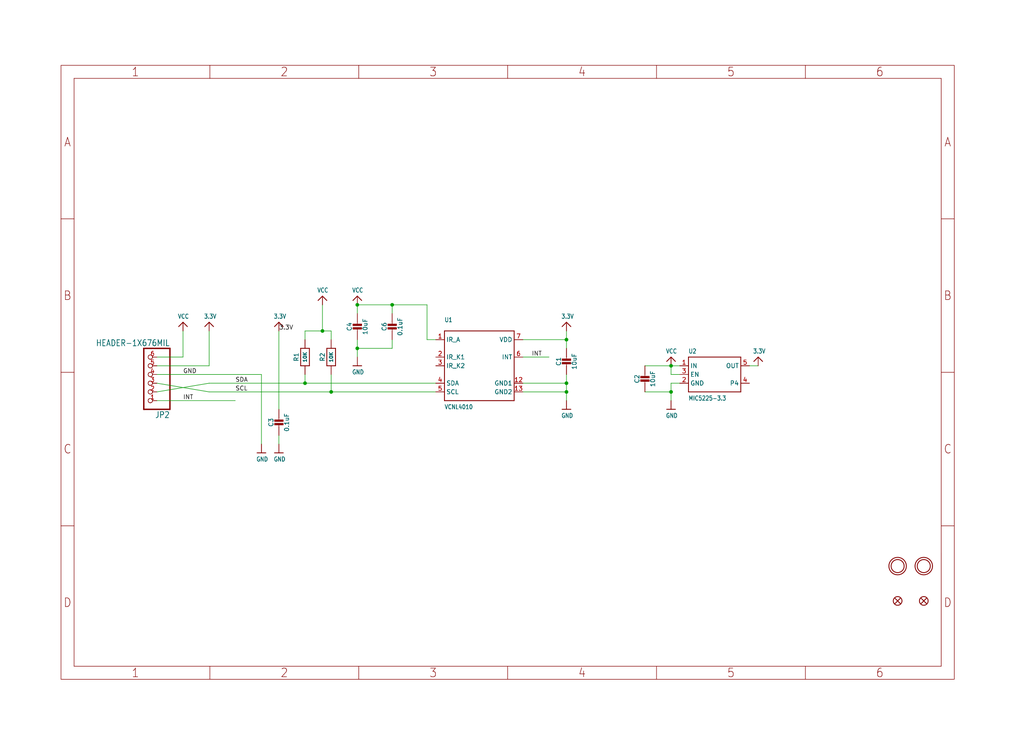
<source format=kicad_sch>
(kicad_sch (version 20211123) (generator eeschema)
  (paper "User" 298.45 217.881)
  (lib_symbols
    (symbol "eagleSchem-eagle-import:3.3V" (power)
      (property "Value" "3.3V" (at -1.524 1.016 0))
      (symbol "3.3V_1_0"
        (polyline (pts (xy -1.27 -1.27) (xy 0 0)) (stroke (width 0.254)))
        (polyline (pts (xy 0 0) (xy 1.27 -1.27)) (stroke (width 0.254)))
        (pin power_in line (at 0 -2.54 90) (length 2.54) (name "3.3V") (number "1"))
      )
    )
    (symbol "eagleSchem-eagle-import:CAP_CERAMIC0805-NOOUTLINE"
      (property "Reference" "C" (at -2.29 1.25 90))
      (property "Value" "CAP_CERAMIC0805-NOOUTLINE" (at 2.3 1.25 90))
      (symbol "CAP_CERAMIC0805-NOOUTLINE_1_0"
        (rectangle (start -1.27 0.508) (end 1.27 1.016) (fill (type outline)))
        (rectangle (start -1.27 1.524) (end 1.27 2.032) (fill (type outline)))
        (polyline (pts (xy 0 0.762) (xy 0 0)) (stroke (width 0.1524)))
        (polyline (pts (xy 0 2.54) (xy 0 1.778)) (stroke (width 0.1524)))
        (pin passive line (at 0 5.08 270) (length 2.54) (name "1") (number "1"))
        (pin passive line (at 0 -2.54 90) (length 2.54) (name "2") (number "2"))
      )
    )
    (symbol "eagleSchem-eagle-import:FIDUCIAL{dblquote}{dblquote}"
      (symbol "FIDUCIAL{dblquote}{dblquote}_1_0"
        (polyline (pts (xy -0.762 0.762) (xy 0.762 -0.762)) (stroke (width 0.254)))
        (polyline (pts (xy 0.762 0.762) (xy -0.762 -0.762)) (stroke (width 0.254)))
        (circle (center 0 0) (radius 1.27) (stroke (width 0.254)))
      )
    )
    (symbol "eagleSchem-eagle-import:FRAME_A4"
      (symbol "FRAME_A4_1_0"
        (polyline (pts (xy 0 44.7675) (xy 3.81 44.7675)))
        (polyline (pts (xy 0 89.535) (xy 3.81 89.535)))
        (polyline (pts (xy 0 134.3025) (xy 3.81 134.3025)))
        (polyline (pts (xy 3.81 3.81) (xy 3.81 175.26)))
        (polyline (pts (xy 43.3917 0) (xy 43.3917 3.81)))
        (polyline (pts (xy 43.3917 175.26) (xy 43.3917 179.07)))
        (polyline (pts (xy 86.7833 0) (xy 86.7833 3.81)))
        (polyline (pts (xy 86.7833 175.26) (xy 86.7833 179.07)))
        (polyline (pts (xy 130.175 0) (xy 130.175 3.81)))
        (polyline (pts (xy 130.175 175.26) (xy 130.175 179.07)))
        (polyline (pts (xy 173.5667 0) (xy 173.5667 3.81)))
        (polyline (pts (xy 173.5667 175.26) (xy 173.5667 179.07)))
        (polyline (pts (xy 216.9583 0) (xy 216.9583 3.81)))
        (polyline (pts (xy 216.9583 175.26) (xy 216.9583 179.07)))
        (polyline (pts (xy 256.54 3.81) (xy 3.81 3.81)))
        (polyline (pts (xy 256.54 3.81) (xy 256.54 8.89)) (stroke (width 0.1016)))
        (polyline (pts (xy 256.54 3.81) (xy 256.54 175.26)))
        (polyline (pts (xy 256.54 8.89) (xy 256.54 13.97)) (stroke (width 0.1016)))
        (polyline (pts (xy 256.54 13.97) (xy 256.54 19.05)) (stroke (width 0.1016)))
        (polyline (pts (xy 256.54 19.05) (xy 256.54 36.83)) (stroke (width 0.1016)))
        (polyline (pts (xy 256.54 44.7675) (xy 260.35 44.7675)))
        (polyline (pts (xy 256.54 89.535) (xy 260.35 89.535)))
        (polyline (pts (xy 256.54 134.3025) (xy 260.35 134.3025)))
        (polyline (pts (xy 256.54 175.26) (xy 3.81 175.26)))
        (polyline (pts (xy 0 0) (xy 260.35 0) (xy 260.35 179.07) (xy 0 179.07) (xy 0 0)))
        (text "1" (at 21.6958 1.905 0) (effects (font (size 2.54 2.286))))
        (text "1" (at 21.6958 177.165 0) (effects (font (size 2.54 2.286))))
        (text "2" (at 65.0875 1.905 0) (effects (font (size 2.54 2.286))))
        (text "2" (at 65.0875 177.165 0) (effects (font (size 2.54 2.286))))
        (text "3" (at 108.4792 1.905 0) (effects (font (size 2.54 2.286))))
        (text "3" (at 108.4792 177.165 0) (effects (font (size 2.54 2.286))))
        (text "4" (at 151.8708 1.905 0) (effects (font (size 2.54 2.286))))
        (text "4" (at 151.8708 177.165 0) (effects (font (size 2.54 2.286))))
        (text "5" (at 195.2625 1.905 0) (effects (font (size 2.54 2.286))))
        (text "5" (at 195.2625 177.165 0) (effects (font (size 2.54 2.286))))
        (text "6" (at 238.6542 1.905 0) (effects (font (size 2.54 2.286))))
        (text "6" (at 238.6542 177.165 0) (effects (font (size 2.54 2.286))))
        (text "A" (at 1.905 156.6863 0) (effects (font (size 2.54 2.286))))
        (text "A" (at 258.445 156.6863 0) (effects (font (size 2.54 2.286))))
        (text "B" (at 1.905 111.9188 0) (effects (font (size 2.54 2.286))))
        (text "B" (at 258.445 111.9188 0) (effects (font (size 2.54 2.286))))
        (text "C" (at 1.905 67.1513 0) (effects (font (size 2.54 2.286))))
        (text "C" (at 258.445 67.1513 0) (effects (font (size 2.54 2.286))))
        (text "D" (at 1.905 22.3838 0) (effects (font (size 2.54 2.286))))
        (text "D" (at 258.445 22.3838 0) (effects (font (size 2.54 2.286))))
      )
      (symbol "FRAME_A4_2_0"
        (polyline (pts (xy -0.3048 1.5748) (xy 20.0152 1.5748)) (stroke (width 0.6096)))
        (polyline (pts (xy -0.3048 10.4648) (xy -0.3048 1.5748)) (stroke (width 0.6096)))
        (polyline (pts (xy -0.3048 10.4648) (xy 20.0152 10.4648)) (stroke (width 0.3048)))
        (polyline (pts (xy -0.3048 19.3548) (xy -0.3048 10.4648)) (stroke (width 0.6096)))
        (polyline (pts (xy -0.3048 19.3548) (xy 20.0152 19.3548)) (stroke (width 0.3048)))
        (polyline (pts (xy -0.3048 28.2448) (xy -0.3048 19.3548)) (stroke (width 0.6096)))
        (polyline (pts (xy -0.3048 28.2448) (xy 20.0152 28.2448)) (stroke (width 0.3048)))
        (polyline (pts (xy -0.3048 34.5948) (xy -0.3048 28.2448)) (stroke (width 0.6096)))
        (polyline (pts (xy 20.0152 1.5748) (xy 20.0152 6.6548)) (stroke (width 0.3048)))
        (polyline (pts (xy 20.0152 1.5748) (xy 95.5802 1.5748)) (stroke (width 0.6096)))
        (polyline (pts (xy 20.0152 6.6548) (xy 20.0152 10.4648)) (stroke (width 0.3048)))
        (polyline (pts (xy 20.0152 6.6548) (xy 88.5952 6.6548)) (stroke (width 0.3048)))
        (polyline (pts (xy 20.0152 10.4648) (xy 20.0152 16.8148)) (stroke (width 0.3048)))
        (polyline (pts (xy 20.0152 16.8148) (xy 20.0152 19.3548)) (stroke (width 0.3048)))
        (polyline (pts (xy 20.0152 19.3548) (xy 20.0152 28.2448)) (stroke (width 0.3048)))
        (polyline (pts (xy 20.0152 28.2448) (xy 20.0152 34.5948)) (stroke (width 0.3048)))
        (polyline (pts (xy 20.0152 28.2448) (xy 105.7402 28.2448)) (stroke (width 0.3048)))
        (polyline (pts (xy 20.0152 34.5948) (xy -0.3048 34.5948)) (stroke (width 0.6096)))
        (polyline (pts (xy 88.5952 6.6548) (xy 95.5802 6.6548)) (stroke (width 0.3048)))
        (polyline (pts (xy 88.5952 16.8148) (xy 20.0152 16.8148)) (stroke (width 0.3048)))
        (polyline (pts (xy 88.5952 16.8148) (xy 88.5952 6.6548)) (stroke (width 0.3048)))
        (polyline (pts (xy 95.5802 1.5748) (xy 121.6152 1.5748)) (stroke (width 0.6096)))
        (polyline (pts (xy 95.5802 6.6548) (xy 95.5802 1.5748)) (stroke (width 0.3048)))
        (polyline (pts (xy 95.5802 6.6548) (xy 121.6152 6.6548)) (stroke (width 0.3048)))
        (polyline (pts (xy 101.2952 13.3223) (xy 102.2477 13.3223)) (stroke (width 0.254)))
        (polyline (pts (xy 105.7402 28.2448) (xy 105.7402 34.5948)) (stroke (width 0.3048)))
        (polyline (pts (xy 105.7402 28.2448) (xy 110.1852 28.2448)) (stroke (width 0.3048)))
        (polyline (pts (xy 105.7402 34.5948) (xy 20.0152 34.5948)) (stroke (width 0.6096)))
        (polyline (pts (xy 110.1852 16.8148) (xy 88.5952 16.8148)) (stroke (width 0.3048)))
        (polyline (pts (xy 110.1852 28.2448) (xy 110.1852 16.8148)) (stroke (width 0.3048)))
        (polyline (pts (xy 110.1852 28.2448) (xy 121.6152 28.2448)) (stroke (width 0.3048)))
        (polyline (pts (xy 121.6152 6.6548) (xy 121.6152 1.5748)) (stroke (width 0.6096)))
        (polyline (pts (xy 121.6152 16.8148) (xy 110.1852 16.8148)) (stroke (width 0.3048)))
        (polyline (pts (xy 121.6152 16.8148) (xy 121.6152 6.6548)) (stroke (width 0.6096)))
        (polyline (pts (xy 121.6152 28.2448) (xy 121.6152 16.8148)) (stroke (width 0.6096)))
        (polyline (pts (xy 121.6152 34.5948) (xy 105.7402 34.5948)) (stroke (width 0.6096)))
        (polyline (pts (xy 121.6152 34.5948) (xy 121.6152 28.2448)) (stroke (width 0.6096)))
        (circle (center 109.2327 31.4198) (radius 1.4199) (stroke (width 0.254)))
        (text "2015" (at 112.4077 30.4673 0) (effects (font (size 1.778 1.5113)) (justify left bottom)))
        (text ">CHECKED" (at 2.2352 11.7348 0) (effects (font (size 1.778 1.5113)) (justify left bottom)))
        (text ">COMPANY" (at 23.349 29.6735 0) (effects (font (size 3.175 2.6987) (thickness 0.5397) bold) (justify left bottom)))
        (text ">DATE" (at 2.2352 2.8448 0) (effects (font (size 1.778 1.5113)) (justify left bottom)))
        (text ">DRAWING_NAME" (at 33.0327 2.8448 0) (effects (font (size 2.54 2.159)) (justify left bottom)))
        (text ">DRAWN" (at 2.2352 20.6248 0) (effects (font (size 1.778 1.5113)) (justify left bottom)))
        (text ">DRGNO" (at 91.1352 9.1948 0) (effects (font (size 2.1844 1.8567)) (justify left bottom)))
        (text ">LAST_DATE_TIME" (at 32.7152 9.1948 0) (effects (font (size 2.54 2.159)) (justify left bottom)))
        (text ">REV" (at 113.9952 18.7198 0) (effects (font (size 3.81 3.2385)) (justify left bottom)))
        (text ">SHEET" (at 108.9152 2.8448 0) (effects (font (size 2.54 2.54)) (justify left bottom)))
        (text "C" (at 108.7564 30.7848 0) (effects (font (size 1.27 1.0795)) (justify left bottom)))
        (text "CHECKED" (at 0.9652 16.1798 0) (effects (font (size 1.778 1.5113)) (justify left bottom)))
        (text "DATE" (at 0.9652 7.2898 0) (effects (font (size 1.778 1.5113)) (justify left bottom)))
        (text "DATE" (at 21.2852 13.0048 0) (effects (font (size 2.54 2.54)) (justify left bottom)))
        (text "DRAWN" (at 0.9652 25.0698 0) (effects (font (size 1.778 1.5113)) (justify left bottom)))
        (text "DRG" (at 89.8652 13.0048 0) (effects (font (size 2.54 2.54)) (justify left bottom)))
        (text "FILE:" (at 21.2852 2.8448 0) (effects (font (size 2.54 2.54)) (justify left bottom)))
        (text "ISSUE" (at 5.0927 30.4673 0) (effects (font (size 1.9304 1.6408)) (justify left bottom)))
        (text "N" (at 98.4377 13.0048 0) (effects (font (size 2.54 2.54)) (justify left bottom)))
        (text "o" (at 100.9777 13.9573 0) (effects (font (size 2.1844 1.8567)) (justify left bottom)))
        (text "PAGE:" (at 96.8502 2.8448 0) (effects (font (size 2.54 2.54)) (justify left bottom)))
        (text "REV" (at 112.4077 24.4348 0) (effects (font (size 2.54 2.54)) (justify left bottom)))
        (text "TITLE" (at 21.2852 24.4348 0) (effects (font (size 2.54 2.54)) (justify left bottom)))
      )
    )
    (symbol "eagleSchem-eagle-import:GND" (power)
      (property "Value" "GND" (at -1.524 -2.54 0))
      (symbol "GND_1_0"
        (polyline (pts (xy -1.27 0) (xy 1.27 0)) (stroke (width 0.254)))
        (pin power_in line (at 0 2.54 270) (length 2.54) (name "GND") (number "1"))
      )
    )
    (symbol "eagleSchem-eagle-import:HEADER-1X676MIL"
      (property "Reference" "JP" (at -6.35 10.795 0))
      (property "Value" "HEADER-1X676MIL" (at -6.35 -10.16 0))
      (symbol "HEADER-1X676MIL_1_0"
        (polyline (pts (xy -6.35 -7.62) (xy 1.27 -7.62)) (stroke (width 0.4064)))
        (polyline (pts (xy -6.35 10.16) (xy -6.35 -7.62)) (stroke (width 0.4064)))
        (polyline (pts (xy 1.27 -7.62) (xy 1.27 10.16)) (stroke (width 0.4064)))
        (polyline (pts (xy 1.27 10.16) (xy -6.35 10.16)) (stroke (width 0.4064)))
        (pin passive inverted (at -2.54 7.62 0) (length 2.54) (name "1") (number "1"))
        (pin passive inverted (at -2.54 5.08 0) (length 2.54) (name "2") (number "2"))
        (pin passive inverted (at -2.54 2.54 0) (length 2.54) (name "3") (number "3"))
        (pin passive inverted (at -2.54 0 0) (length 2.54) (name "4") (number "4"))
        (pin passive inverted (at -2.54 -2.54 0) (length 2.54) (name "5") (number "5"))
        (pin passive inverted (at -2.54 -5.08 0) (length 2.54) (name "6") (number "6"))
      )
    )
    (symbol "eagleSchem-eagle-import:MOUNTINGHOLE2.5"
      (symbol "MOUNTINGHOLE2.5_1_0"
        (circle (center 0 0) (radius 1.905) (stroke (width 0.254)))
        (circle (center 0 0) (radius 2.54) (stroke (width 0.254)))
      )
    )
    (symbol "eagleSchem-eagle-import:RESISTOR0805_NOOUTLINE"
      (property "Reference" "R" (at 0 2.54 0))
      (property "Value" "RESISTOR0805_NOOUTLINE" (at 0 0 0))
      (symbol "RESISTOR0805_NOOUTLINE_1_0"
        (polyline (pts (xy -2.54 -1.27) (xy -2.54 1.27)) (stroke (width 0.254)))
        (polyline (pts (xy -2.54 1.27) (xy 2.54 1.27)) (stroke (width 0.254)))
        (polyline (pts (xy 2.54 -1.27) (xy -2.54 -1.27)) (stroke (width 0.254)))
        (polyline (pts (xy 2.54 1.27) (xy 2.54 -1.27)) (stroke (width 0.254)))
        (pin passive line (at -5.08 0 0) (length 2.54) (name "1") (number "1"))
        (pin passive line (at 5.08 0 180) (length 2.54) (name "2") (number "2"))
      )
    )
    (symbol "eagleSchem-eagle-import:VCC" (power)
      (property "Value" "VCC" (at -1.524 1.016 0))
      (symbol "VCC_1_0"
        (polyline (pts (xy -1.27 -1.27) (xy 0 0)) (stroke (width 0.254)))
        (polyline (pts (xy 0 0) (xy 1.27 -1.27)) (stroke (width 0.254)))
        (pin power_in line (at 0 -2.54 90) (length 2.54) (name "VCC") (number "1"))
      )
    )
    (symbol "eagleSchem-eagle-import:VCNL4010"
      (property "Reference" "U" (at -10.16 12.7 0))
      (property "Value" "VCNL4010" (at -10.16 -12.7 0))
      (symbol "VCNL4010_1_0"
        (polyline (pts (xy -10.16 -10.16) (xy -10.16 10.16)) (stroke (width 0.254)))
        (polyline (pts (xy -10.16 10.16) (xy 10.16 10.16)) (stroke (width 0.254)))
        (polyline (pts (xy 10.16 -10.16) (xy -10.16 -10.16)) (stroke (width 0.254)))
        (polyline (pts (xy 10.16 10.16) (xy 10.16 -10.16)) (stroke (width 0.254)))
        (pin bidirectional line (at -12.7 7.62 0) (length 2.54) (name "IR_A") (number "1"))
        (pin power_in line (at 12.7 -5.08 180) (length 2.54) (name "GND1") (number "12"))
        (pin power_in line (at 12.7 -7.62 180) (length 2.54) (name "GND2") (number "13"))
        (pin bidirectional line (at -12.7 2.54 0) (length 2.54) (name "IR_K1") (number "2"))
        (pin bidirectional line (at -12.7 0 0) (length 2.54) (name "IR_K2") (number "3"))
        (pin open_collector line (at -12.7 -5.08 0) (length 2.54) (name "SDA") (number "4"))
        (pin open_collector line (at -12.7 -7.62 0) (length 2.54) (name "SCL") (number "5"))
        (pin output line (at 12.7 2.54 180) (length 2.54) (name "INT") (number "6"))
        (pin power_in line (at 12.7 7.62 180) (length 2.54) (name "VDD") (number "7"))
      )
    )
    (symbol "eagleSchem-eagle-import:VREG_SOT23-5"
      (property "Reference" "U" (at -7.62 6.096 0))
      (property "Value" "VREG_SOT23-5" (at -7.62 -7.62 0))
      (symbol "VREG_SOT23-5_1_0"
        (polyline (pts (xy -7.62 -5.08) (xy -7.62 5.08)) (stroke (width 0.254)))
        (polyline (pts (xy -7.62 5.08) (xy 7.62 5.08)) (stroke (width 0.254)))
        (polyline (pts (xy 7.62 -5.08) (xy -7.62 -5.08)) (stroke (width 0.254)))
        (polyline (pts (xy 7.62 5.08) (xy 7.62 -5.08)) (stroke (width 0.254)))
        (pin power_in line (at -10.16 2.54 0) (length 2.54) (name "IN") (number "1"))
        (pin power_in line (at -10.16 -2.54 0) (length 2.54) (name "GND") (number "2"))
        (pin input line (at -10.16 0 0) (length 2.54) (name "EN") (number "3"))
        (pin bidirectional line (at 10.16 -2.54 180) (length 2.54) (name "P4") (number "4"))
        (pin power_in line (at 10.16 2.54 180) (length 2.54) (name "OUT") (number "5"))
      )
    )
  )
  (junction (at 195.58 106.68))
  (junction (at 114.3 88.9))
  (junction (at 93.98 96.52))
  (junction (at 195.58 114.3))
  (junction (at 88.9 111.76))
  (junction (at 96.52 114.3))
  (junction (at 165.1 114.3))
  (junction (at 104.14 101.6))
  (junction (at 165.1 99.06))
  (junction (at 104.14 88.9))
  (junction (at 165.1 111.76))
  (wire (pts (xy 60.96 106.68) (xy 60.96 96.52)))
  (wire (pts (xy 104.14 99.06) (xy 104.14 101.6)))
  (wire (pts (xy 45.72 116.84) (xy 68.58 116.84)))
  (wire (pts (xy 104.14 88.9) (xy 104.14 91.44)))
  (wire (pts (xy 114.3 88.9) (xy 124.46 88.9)))
  (wire (pts (xy 195.58 109.22) (xy 195.58 106.68)))
  (wire (pts (xy 187.96 106.68) (xy 195.58 106.68)))
  (wire (pts (xy 152.4 99.06) (xy 165.1 99.06)))
  (wire (pts (xy 53.34 104.14) (xy 53.34 96.52)))
  (wire (pts (xy 45.72 114.3) (xy 60.96 111.76)))
  (wire (pts (xy 81.28 127) (xy 81.28 129.54)))
  (wire (pts (xy 152.4 111.76) (xy 165.1 111.76)))
  (wire (pts (xy 218.44 106.68) (xy 220.98 106.68)))
  (wire (pts (xy 127 114.3) (xy 96.52 114.3)))
  (wire (pts (xy 187.96 114.3) (xy 195.58 114.3)))
  (wire (pts (xy 96.52 109.22) (xy 96.52 114.3)))
  (wire (pts (xy 152.4 104.14) (xy 160.02 104.14)))
  (wire (pts (xy 76.2 109.22) (xy 76.2 129.54)))
  (wire (pts (xy 88.9 109.22) (xy 88.9 111.76)))
  (wire (pts (xy 127 111.76) (xy 88.9 111.76)))
  (wire (pts (xy 165.1 111.76) (xy 165.1 114.3)))
  (wire (pts (xy 152.4 114.3) (xy 165.1 114.3)))
  (wire (pts (xy 88.9 96.52) (xy 93.98 96.52)))
  (wire (pts (xy 198.12 111.76) (xy 195.58 111.76)))
  (wire (pts (xy 198.12 109.22) (xy 195.58 109.22)))
  (wire (pts (xy 45.72 106.68) (xy 60.96 106.68)))
  (wire (pts (xy 124.46 99.06) (xy 127 99.06)))
  (wire (pts (xy 165.1 114.3) (xy 165.1 116.84)))
  (wire (pts (xy 88.9 111.76) (xy 60.96 111.76)))
  (wire (pts (xy 195.58 114.3) (xy 195.58 116.84)))
  (wire (pts (xy 124.46 88.9) (xy 124.46 99.06)))
  (wire (pts (xy 81.28 96.52) (xy 81.28 119.38)))
  (wire (pts (xy 45.72 104.14) (xy 53.34 104.14)))
  (wire (pts (xy 104.14 88.9) (xy 114.3 88.9)))
  (wire (pts (xy 104.14 101.6) (xy 114.3 101.6)))
  (wire (pts (xy 195.58 111.76) (xy 195.58 114.3)))
  (wire (pts (xy 165.1 99.06) (xy 165.1 101.6)))
  (wire (pts (xy 165.1 109.22) (xy 165.1 111.76)))
  (wire (pts (xy 93.98 88.9) (xy 93.98 96.52)))
  (wire (pts (xy 45.72 111.76) (xy 60.96 114.3)))
  (wire (pts (xy 198.12 106.68) (xy 195.58 106.68)))
  (wire (pts (xy 88.9 96.52) (xy 88.9 99.06)))
  (wire (pts (xy 104.14 101.6) (xy 104.14 104.14)))
  (wire (pts (xy 45.72 109.22) (xy 76.2 109.22)))
  (wire (pts (xy 96.52 96.52) (xy 96.52 99.06)))
  (wire (pts (xy 165.1 99.06) (xy 165.1 96.52)))
  (wire (pts (xy 114.3 88.9) (xy 114.3 91.44)))
  (wire (pts (xy 114.3 101.6) (xy 114.3 99.06)))
  (wire (pts (xy 93.98 96.52) (xy 96.52 96.52)))
  (wire (pts (xy 96.52 114.3) (xy 60.96 114.3)))
  (label "SCL" (at 68.58 114.3 0) (effects (font (size 1.2446 1.2446))))
  (label "INT" (at 154.94 104.14 0) (effects (font (size 1.2446 1.2446))))
  (label "INT" (at 53.34 116.84 0) (effects (font (size 1.2446 1.2446))))
  (label "SDA" (at 68.58 111.76 0) (effects (font (size 1.2446 1.2446))))
  (label "GND" (at 53.34 109.22 0) (effects (font (size 1.2446 1.2446))))
  (label "3.3V" (at 81.28 96.52 0) (effects (font (size 1.2446 1.2446))))
  (symbol (lib_id "eagleSchem-eagle-import:FIDUCIAL{dblquote}{dblquote}") (at 269.24 175.26 0) (unit 1)
    (property "Reference" "U$7" (effects hide))
    (property "Value" "FIDUCIAL{dblquote}{dblquote}" (effects hide))
    (property "Footprint" "eagleSchem:FIDUCIAL_1MM" (effects hide))
  )
  (symbol (lib_id "eagleSchem-eagle-import:3.3V") (at 81.28 93.98 0) (unit 1)
    (property "Reference" "#U$2" (effects hide))
    (property "Value" "3.3V" (at 79.756 92.964 0) (effects (font (size 1.27 1.0795)) (justify left bottom)))
    (property "Footprint" "eagleSchem:" (effects hide))
  )
  (symbol (lib_id "eagleSchem-eagle-import:GND") (at 81.28 132.08 0) (unit 1)
    (property "Reference" "#U$4" (effects hide))
    (property "Value" "GND" (at 79.756 134.62 0) (effects (font (size 1.27 1.0795)) (justify left bottom)))
    (property "Footprint" "eagleSchem:" (effects hide))
  )
  (symbol (lib_id "eagleSchem-eagle-import:MOUNTINGHOLE2.5") (at 269.24 165.1 0) (unit 1)
    (property "Reference" "U$5" (effects hide))
    (property "Value" "MOUNTINGHOLE2.5" (effects hide))
    (property "Footprint" "eagleSchem:MOUNTINGHOLE_2.5_PLATED" (effects hide))
  )
  (symbol (lib_id "eagleSchem-eagle-import:GND") (at 195.58 119.38 0) (unit 1)
    (property "Reference" "#U$9" (effects hide))
    (property "Value" "GND" (at 194.056 121.92 0) (effects (font (size 1.27 1.0795)) (justify left bottom)))
    (property "Footprint" "eagleSchem:" (effects hide))
  )
  (symbol (lib_id "eagleSchem-eagle-import:3.3V") (at 220.98 104.14 0) (unit 1)
    (property "Reference" "#U$10" (effects hide))
    (property "Value" "3.3V" (at 219.456 103.124 0) (effects (font (size 1.27 1.0795)) (justify left bottom)))
    (property "Footprint" "eagleSchem:" (effects hide))
  )
  (symbol (lib_id "eagleSchem-eagle-import:3.3V") (at 60.96 93.98 0) (unit 1)
    (property "Reference" "#U$15" (effects hide))
    (property "Value" "3.3V" (at 59.436 92.964 0) (effects (font (size 1.27 1.0795)) (justify left bottom)))
    (property "Footprint" "eagleSchem:" (effects hide))
  )
  (symbol (lib_id "eagleSchem-eagle-import:CAP_CERAMIC0805-NOOUTLINE") (at 114.3 96.52 0) (unit 1)
    (property "Reference" "C6" (at 112.01 95.27 90))
    (property "Value" "0.1uF" (at 116.6 95.27 90))
    (property "Footprint" "eagleSchem:0805-NO" (effects hide))
  )
  (symbol (lib_id "eagleSchem-eagle-import:VCC") (at 104.14 86.36 0) (unit 1)
    (property "Reference" "#P+3" (effects hide))
    (property "Value" "VCC" (at 102.616 85.344 0) (effects (font (size 1.27 1.0795)) (justify left bottom)))
    (property "Footprint" "eagleSchem:" (effects hide))
  )
  (symbol (lib_id "eagleSchem-eagle-import:VREG_SOT23-5") (at 208.28 109.22 0) (unit 1)
    (property "Reference" "U2" (at 200.66 103.124 0) (effects (font (size 1.27 1.0795)) (justify left bottom)))
    (property "Value" "MIC5225-3.3" (at 200.66 116.84 0) (effects (font (size 1.27 1.0795)) (justify left bottom)))
    (property "Footprint" "eagleSchem:SOT23-5" (effects hide))
  )
  (symbol (lib_id "eagleSchem-eagle-import:HEADER-1X676MIL") (at 43.18 109.22 180) (unit 1)
    (property "Reference" "JP2" (at 49.53 120.015 0) (effects (font (size 1.778 1.5113)) (justify left bottom)))
    (property "Value" "HEADER-1X676MIL" (at 49.53 99.06 0) (effects (font (size 1.778 1.5113)) (justify left bottom)))
    (property "Footprint" "eagleSchem:1X06_ROUND_76" (effects hide))
  )
  (symbol (lib_id "eagleSchem-eagle-import:CAP_CERAMIC0805-NOOUTLINE") (at 187.96 111.76 0) (unit 1)
    (property "Reference" "C2" (at 185.67 110.51 90))
    (property "Value" "10uF" (at 190.26 110.51 90))
    (property "Footprint" "eagleSchem:0805-NO" (effects hide))
  )
  (symbol (lib_id "eagleSchem-eagle-import:3.3V") (at 165.1 93.98 0) (unit 1)
    (property "Reference" "#U$3" (effects hide))
    (property "Value" "3.3V" (at 163.576 92.964 0) (effects (font (size 1.27 1.0795)) (justify left bottom)))
    (property "Footprint" "eagleSchem:" (effects hide))
  )
  (symbol (lib_id "eagleSchem-eagle-import:FRAME_A4") (at 17.78 198.12 0) (unit 1)
    (property "Reference" "#FRAME1" (effects hide))
    (property "Value" "FRAME_A4" (effects hide))
    (property "Footprint" "eagleSchem:" (effects hide))
  )
  (symbol (lib_id "eagleSchem-eagle-import:MOUNTINGHOLE2.5") (at 261.62 165.1 0) (unit 1)
    (property "Reference" "U$6" (effects hide))
    (property "Value" "MOUNTINGHOLE2.5" (effects hide))
    (property "Footprint" "eagleSchem:MOUNTINGHOLE_2.5_PLATED" (effects hide))
  )
  (symbol (lib_id "eagleSchem-eagle-import:VCC") (at 195.58 104.14 0) (unit 1)
    (property "Reference" "#P+1" (effects hide))
    (property "Value" "VCC" (at 194.056 103.124 0) (effects (font (size 1.27 1.0795)) (justify left bottom)))
    (property "Footprint" "eagleSchem:" (effects hide))
  )
  (symbol (lib_id "eagleSchem-eagle-import:CAP_CERAMIC0805-NOOUTLINE") (at 165.1 106.68 0) (unit 1)
    (property "Reference" "C1" (at 162.81 105.43 90))
    (property "Value" "10uF" (at 167.4 105.43 90))
    (property "Footprint" "eagleSchem:0805-NO" (effects hide))
  )
  (symbol (lib_id "eagleSchem-eagle-import:VCC") (at 93.98 86.36 0) (unit 1)
    (property "Reference" "#P+4" (effects hide))
    (property "Value" "VCC" (at 92.456 85.344 0) (effects (font (size 1.27 1.0795)) (justify left bottom)))
    (property "Footprint" "eagleSchem:" (effects hide))
  )
  (symbol (lib_id "eagleSchem-eagle-import:GND") (at 76.2 132.08 0) (unit 1)
    (property "Reference" "#U$12" (effects hide))
    (property "Value" "GND" (at 74.676 134.62 0) (effects (font (size 1.27 1.0795)) (justify left bottom)))
    (property "Footprint" "eagleSchem:" (effects hide))
  )
  (symbol (lib_id "eagleSchem-eagle-import:RESISTOR0805_NOOUTLINE") (at 88.9 104.14 90) (unit 1)
    (property "Reference" "R1" (at 86.36 104.14 0))
    (property "Value" "10K" (at 88.9 104.14 0) (effects (font (size 1.016 1.016) bold)))
    (property "Footprint" "eagleSchem:0805-NO" (effects hide))
  )
  (symbol (lib_id "eagleSchem-eagle-import:VCC") (at 53.34 93.98 0) (unit 1)
    (property "Reference" "#P+2" (effects hide))
    (property "Value" "VCC" (at 51.816 92.964 0) (effects (font (size 1.27 1.0795)) (justify left bottom)))
    (property "Footprint" "eagleSchem:" (effects hide))
  )
  (symbol (lib_id "eagleSchem-eagle-import:GND") (at 104.14 106.68 0) (unit 1)
    (property "Reference" "#U$11" (effects hide))
    (property "Value" "GND" (at 102.616 109.22 0) (effects (font (size 1.27 1.0795)) (justify left bottom)))
    (property "Footprint" "eagleSchem:" (effects hide))
  )
  (symbol (lib_id "eagleSchem-eagle-import:CAP_CERAMIC0805-NOOUTLINE") (at 81.28 124.46 0) (unit 1)
    (property "Reference" "C3" (at 78.99 123.21 90))
    (property "Value" "0.1uF" (at 83.58 123.21 90))
    (property "Footprint" "eagleSchem:0805-NO" (effects hide))
  )
  (symbol (lib_id "eagleSchem-eagle-import:CAP_CERAMIC0805-NOOUTLINE") (at 104.14 96.52 0) (unit 1)
    (property "Reference" "C4" (at 101.85 95.27 90))
    (property "Value" "10uF" (at 106.44 95.27 90))
    (property "Footprint" "eagleSchem:0805-NO" (effects hide))
  )
  (symbol (lib_id "eagleSchem-eagle-import:VCNL4010") (at 139.7 106.68 0) (unit 1)
    (property "Reference" "U1" (at 129.54 93.98 0) (effects (font (size 1.27 1.0795)) (justify left bottom)))
    (property "Value" "VCNL4010" (at 129.54 119.38 0) (effects (font (size 1.27 1.0795)) (justify left bottom)))
    (property "Footprint" "eagleSchem:VCNL4010" (effects hide))
  )
  (symbol (lib_id "eagleSchem-eagle-import:FIDUCIAL{dblquote}{dblquote}") (at 261.62 175.26 0) (unit 1)
    (property "Reference" "U$8" (effects hide))
    (property "Value" "FIDUCIAL{dblquote}{dblquote}" (effects hide))
    (property "Footprint" "eagleSchem:FIDUCIAL_1MM" (effects hide))
  )
  (symbol (lib_id "eagleSchem-eagle-import:RESISTOR0805_NOOUTLINE") (at 96.52 104.14 90) (unit 1)
    (property "Reference" "R2" (at 93.98 104.14 0))
    (property "Value" "10K" (at 96.52 104.14 0) (effects (font (size 1.016 1.016) bold)))
    (property "Footprint" "eagleSchem:0805-NO" (effects hide))
  )
  (symbol (lib_id "eagleSchem-eagle-import:GND") (at 165.1 119.38 0) (unit 1)
    (property "Reference" "#U$1" (effects hide))
    (property "Value" "GND" (at 163.576 121.92 0) (effects (font (size 1.27 1.0795)) (justify left bottom)))
    (property "Footprint" "eagleSchem:" (effects hide))
  )
)
</source>
